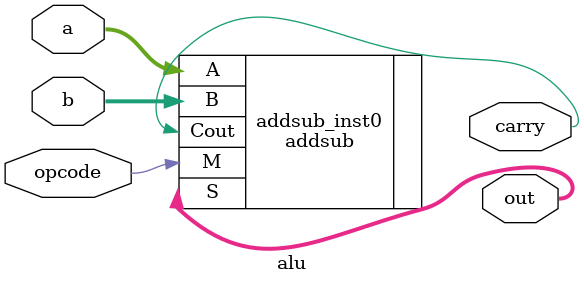
<source format=sv>
module alu(
    //input wire clk, //why clk?
    input wire opcode,
    input wire [3:0]a,
    input wire [3:0]b,
    output wire [3:0] out,
    output reg carry
);

    addsub addsub_inst0 (
            .M(opcode),
            .A(a),
            .B(b),
            .S(out),
            .Cout(carry)
    );

    
endmodule 



</source>
